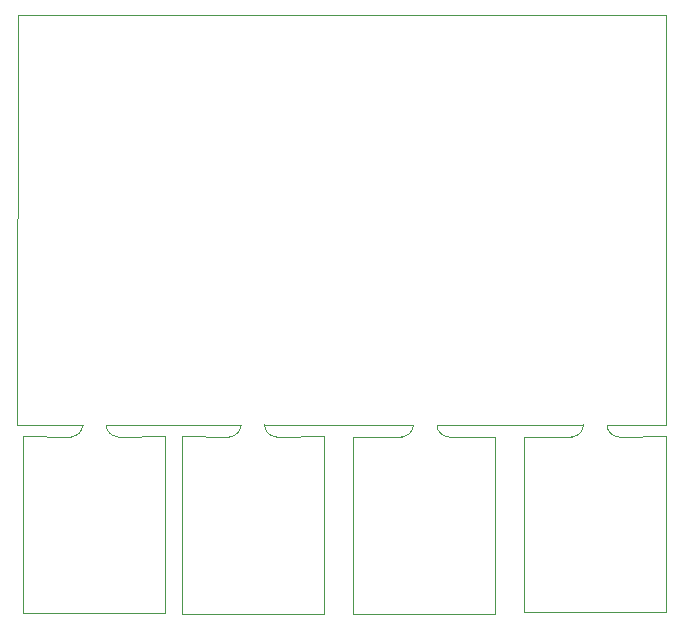
<source format=gbr>
%TF.GenerationSoftware,KiCad,Pcbnew,9.0.6*%
%TF.CreationDate,2025-11-30T21:08:30+05:30*%
%TF.ProjectId,Mini_Drone,4d696e69-5f44-4726-9f6e-652e6b696361,rev?*%
%TF.SameCoordinates,Original*%
%TF.FileFunction,Profile,NP*%
%FSLAX46Y46*%
G04 Gerber Fmt 4.6, Leading zero omitted, Abs format (unit mm)*
G04 Created by KiCad (PCBNEW 9.0.6) date 2025-11-30 21:08:30*
%MOMM*%
%LPD*%
G01*
G04 APERTURE LIST*
%TA.AperFunction,Profile*%
%ADD10C,0.050000*%
%TD*%
%TA.AperFunction,Profile*%
%ADD11C,0.100000*%
%TD*%
G04 APERTURE END LIST*
D10*
X191000000Y-71300000D02*
X190905000Y-105981250D01*
X204905000Y-121981250D02*
X204905000Y-106981250D01*
X211900000Y-106000000D02*
X224500000Y-106000000D01*
X195500000Y-107000000D02*
X191492500Y-106957500D01*
X241900000Y-107000000D02*
X245905000Y-106981250D01*
X231405000Y-121986250D02*
X231405000Y-106986250D01*
X227500000Y-107000000D02*
X231405000Y-106986250D01*
X245905000Y-121871250D02*
X233905000Y-121871250D01*
X212900000Y-107000000D02*
X216905000Y-106981250D01*
X198500000Y-106000000D02*
X209900000Y-106000000D01*
X233900000Y-107000000D02*
X237900000Y-107000000D01*
X245905000Y-106981250D02*
X245905000Y-121871250D01*
X199492500Y-107000000D02*
X203492500Y-106957500D01*
X191492500Y-121957500D02*
X191492500Y-106957500D01*
X240900000Y-106000000D02*
X245904403Y-106000000D01*
X219405000Y-106986250D02*
X219405000Y-121986250D01*
X216905000Y-106981250D02*
X216905000Y-121981250D01*
X190905000Y-105981250D02*
X196500000Y-106000000D01*
X216905000Y-121981250D02*
X204905000Y-121981250D01*
X245904403Y-106000000D02*
X245905000Y-71300000D01*
X238900000Y-106000000D02*
X226500000Y-106000000D01*
X233900000Y-107000000D02*
X233905000Y-121871250D01*
X219405000Y-121986250D02*
X231405000Y-121986250D01*
X204905000Y-106981250D02*
X208900000Y-107000000D01*
X191000000Y-71300000D02*
X245905000Y-71300000D01*
X219405000Y-106986250D02*
X223500000Y-107000000D01*
X203492500Y-121957500D02*
X191492500Y-121957500D01*
X203492500Y-106957500D02*
X203492500Y-121957500D01*
D11*
%TO.C,REF\u002A\u002A*%
X209900000Y-106000000D02*
G75*
G02*
X208900000Y-107000000I-999999J-1D01*
G01*
X212900000Y-107000000D02*
G75*
G02*
X211900000Y-106000000I0J1000000D01*
G01*
X238900000Y-106000000D02*
G75*
G02*
X237900000Y-107000000I-999999J-1D01*
G01*
X241900000Y-107000000D02*
G75*
G02*
X240900000Y-106000000I0J1000000D01*
G01*
X224500000Y-106000000D02*
G75*
G02*
X223500000Y-107000000I-999999J-1D01*
G01*
X227500000Y-107000000D02*
G75*
G02*
X226500000Y-106000000I0J1000000D01*
G01*
X196500000Y-106000000D02*
G75*
G02*
X195500000Y-107000000I-999999J-1D01*
G01*
X199500000Y-107000000D02*
G75*
G02*
X198500000Y-106000000I0J1000000D01*
G01*
%TD*%
M02*

</source>
